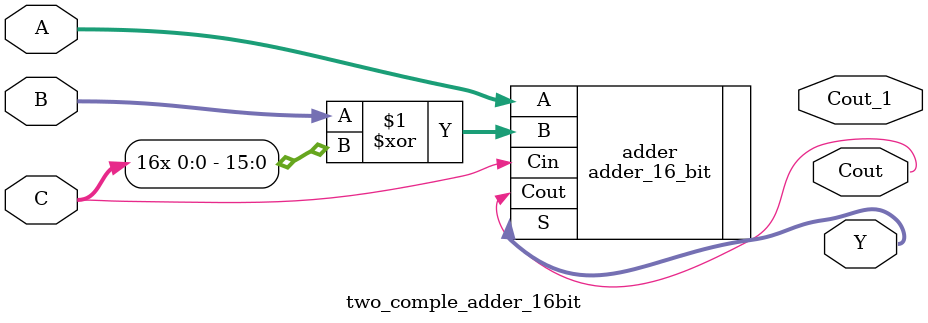
<source format=v>
`timescale 1ns / 1ps
module two_comple_adder_16bit(
    input [15:0] A,
    input [15:0] B,
    input C,
    output [15:0] Y,
    output Cout,
    output Cout_1
    );

	adder_16_bit adder (
		.A(A), 
		.B(B ^ {16{C}}), 
		.S(Y), 
		.Cout(Cout), 
		.Cin(C)
   );

endmodule

</source>
